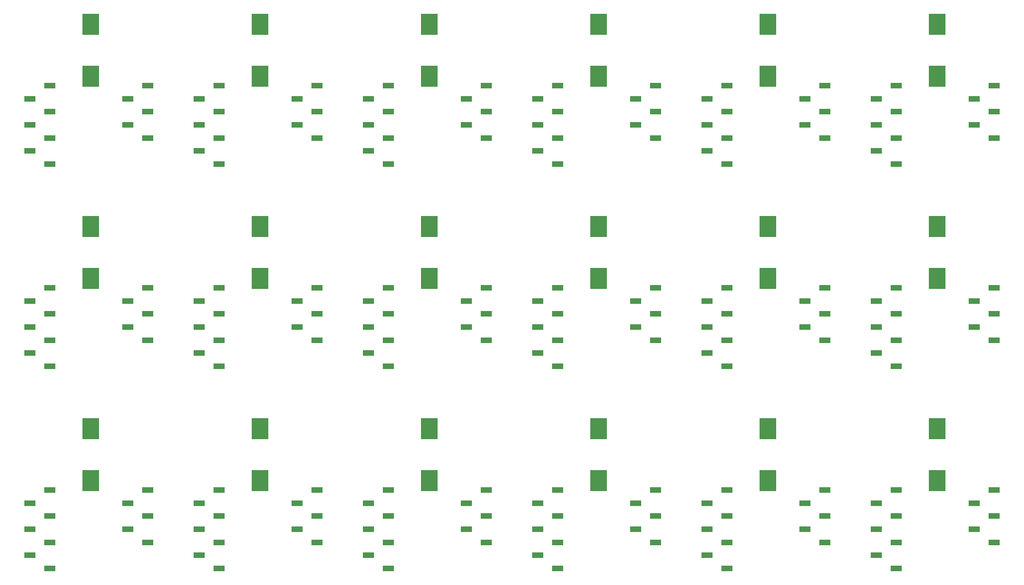
<source format=gbp>
G75*
%MOIN*%
%OFA0B0*%
%FSLAX25Y25*%
%IPPOS*%
%LPD*%
%AMOC8*
5,1,8,0,0,1.08239X$1,22.5*
%
%ADD10R,0.06693X0.03346*%
%ADD11R,0.09843X0.12598*%
D10*
X0060807Y0056717D03*
X0048996Y0064591D03*
X0060807Y0072465D03*
X0048996Y0080339D03*
X0060807Y0088213D03*
X0048996Y0096087D03*
X0060807Y0103961D03*
X0108096Y0096087D03*
X0119907Y0088213D03*
X0108096Y0080339D03*
X0119907Y0072465D03*
X0150996Y0080339D03*
X0162807Y0088213D03*
X0150996Y0096087D03*
X0162807Y0103961D03*
X0119907Y0103961D03*
X0162807Y0072465D03*
X0150996Y0064591D03*
X0162807Y0056717D03*
X0210096Y0080339D03*
X0221907Y0088213D03*
X0210096Y0096087D03*
X0221907Y0103961D03*
X0252996Y0096087D03*
X0264807Y0088213D03*
X0252996Y0080339D03*
X0264807Y0072465D03*
X0252996Y0064591D03*
X0264807Y0056717D03*
X0221907Y0072465D03*
X0264807Y0103961D03*
X0312096Y0096087D03*
X0323907Y0088213D03*
X0312096Y0080339D03*
X0323907Y0072465D03*
X0354996Y0080339D03*
X0366807Y0088213D03*
X0354996Y0096087D03*
X0366807Y0103961D03*
X0323907Y0103961D03*
X0366807Y0072465D03*
X0354996Y0064591D03*
X0366807Y0056717D03*
X0414096Y0080339D03*
X0425907Y0088213D03*
X0414096Y0096087D03*
X0425907Y0103961D03*
X0456996Y0096087D03*
X0468807Y0088213D03*
X0456996Y0080339D03*
X0468807Y0072465D03*
X0456996Y0064591D03*
X0468807Y0056717D03*
X0425907Y0072465D03*
X0468807Y0103961D03*
X0516096Y0096087D03*
X0527907Y0088213D03*
X0516096Y0080339D03*
X0527907Y0072465D03*
X0558996Y0080339D03*
X0570807Y0088213D03*
X0558996Y0096087D03*
X0570807Y0103961D03*
X0527907Y0103961D03*
X0570807Y0072465D03*
X0558996Y0064591D03*
X0570807Y0056717D03*
X0618096Y0080339D03*
X0629907Y0088213D03*
X0618096Y0096087D03*
X0629907Y0103961D03*
X0629907Y0072465D03*
X0570807Y0178717D03*
X0558996Y0186591D03*
X0570807Y0194465D03*
X0558996Y0202339D03*
X0570807Y0210213D03*
X0558996Y0218087D03*
X0570807Y0225961D03*
X0527907Y0225961D03*
X0516096Y0218087D03*
X0527907Y0210213D03*
X0516096Y0202339D03*
X0527907Y0194465D03*
X0468807Y0194465D03*
X0456996Y0202339D03*
X0468807Y0210213D03*
X0456996Y0218087D03*
X0468807Y0225961D03*
X0425907Y0225961D03*
X0414096Y0218087D03*
X0425907Y0210213D03*
X0414096Y0202339D03*
X0425907Y0194465D03*
X0456996Y0186591D03*
X0468807Y0178717D03*
X0366807Y0178717D03*
X0354996Y0186591D03*
X0366807Y0194465D03*
X0354996Y0202339D03*
X0366807Y0210213D03*
X0354996Y0218087D03*
X0366807Y0225961D03*
X0323907Y0225961D03*
X0312096Y0218087D03*
X0323907Y0210213D03*
X0312096Y0202339D03*
X0323907Y0194465D03*
X0264807Y0194465D03*
X0252996Y0202339D03*
X0264807Y0210213D03*
X0252996Y0218087D03*
X0264807Y0225961D03*
X0221907Y0225961D03*
X0210096Y0218087D03*
X0221907Y0210213D03*
X0210096Y0202339D03*
X0221907Y0194465D03*
X0252996Y0186591D03*
X0264807Y0178717D03*
X0162807Y0178717D03*
X0150996Y0186591D03*
X0162807Y0194465D03*
X0150996Y0202339D03*
X0162807Y0210213D03*
X0150996Y0218087D03*
X0162807Y0225961D03*
X0119907Y0225961D03*
X0108096Y0218087D03*
X0119907Y0210213D03*
X0108096Y0202339D03*
X0119907Y0194465D03*
X0060807Y0194465D03*
X0048996Y0202339D03*
X0060807Y0210213D03*
X0048996Y0218087D03*
X0060807Y0225961D03*
X0048996Y0186591D03*
X0060807Y0178717D03*
X0060807Y0300717D03*
X0048996Y0308591D03*
X0060807Y0316465D03*
X0048996Y0324339D03*
X0060807Y0332213D03*
X0048996Y0340087D03*
X0060807Y0347961D03*
X0108096Y0340087D03*
X0119907Y0332213D03*
X0108096Y0324339D03*
X0119907Y0316465D03*
X0150996Y0324339D03*
X0162807Y0332213D03*
X0150996Y0340087D03*
X0162807Y0347961D03*
X0119907Y0347961D03*
X0162807Y0316465D03*
X0150996Y0308591D03*
X0162807Y0300717D03*
X0210096Y0324339D03*
X0221907Y0332213D03*
X0210096Y0340087D03*
X0221907Y0347961D03*
X0252996Y0340087D03*
X0264807Y0332213D03*
X0252996Y0324339D03*
X0264807Y0316465D03*
X0252996Y0308591D03*
X0264807Y0300717D03*
X0221907Y0316465D03*
X0264807Y0347961D03*
X0312096Y0340087D03*
X0323907Y0332213D03*
X0312096Y0324339D03*
X0323907Y0316465D03*
X0354996Y0324339D03*
X0366807Y0332213D03*
X0354996Y0340087D03*
X0366807Y0347961D03*
X0323907Y0347961D03*
X0366807Y0316465D03*
X0354996Y0308591D03*
X0366807Y0300717D03*
X0414096Y0324339D03*
X0425907Y0332213D03*
X0414096Y0340087D03*
X0425907Y0347961D03*
X0456996Y0340087D03*
X0468807Y0332213D03*
X0456996Y0324339D03*
X0468807Y0316465D03*
X0456996Y0308591D03*
X0468807Y0300717D03*
X0425907Y0316465D03*
X0468807Y0347961D03*
X0516096Y0340087D03*
X0527907Y0332213D03*
X0516096Y0324339D03*
X0527907Y0316465D03*
X0558996Y0324339D03*
X0570807Y0332213D03*
X0558996Y0340087D03*
X0570807Y0347961D03*
X0527907Y0347961D03*
X0570807Y0316465D03*
X0558996Y0308591D03*
X0570807Y0300717D03*
X0618096Y0324339D03*
X0629907Y0332213D03*
X0618096Y0340087D03*
X0629907Y0347961D03*
X0629907Y0316465D03*
X0629907Y0225961D03*
X0618096Y0218087D03*
X0629907Y0210213D03*
X0618096Y0202339D03*
X0629907Y0194465D03*
D11*
X0595481Y0231502D03*
X0595481Y0262998D03*
X0493481Y0262998D03*
X0493481Y0231502D03*
X0391481Y0231502D03*
X0391481Y0262998D03*
X0289481Y0262998D03*
X0289481Y0231502D03*
X0187481Y0231502D03*
X0187481Y0262998D03*
X0085481Y0262998D03*
X0085481Y0231502D03*
X0085481Y0140998D03*
X0085481Y0109502D03*
X0187481Y0109502D03*
X0187481Y0140998D03*
X0289481Y0140998D03*
X0289481Y0109502D03*
X0391481Y0109502D03*
X0391481Y0140998D03*
X0493481Y0140998D03*
X0493481Y0109502D03*
X0595481Y0109502D03*
X0595481Y0140998D03*
X0595481Y0353502D03*
X0595481Y0384998D03*
X0493481Y0384998D03*
X0493481Y0353502D03*
X0391481Y0353502D03*
X0391481Y0384998D03*
X0289481Y0384998D03*
X0289481Y0353502D03*
X0187481Y0353502D03*
X0187481Y0384998D03*
X0085481Y0384998D03*
X0085481Y0353502D03*
M02*

</source>
